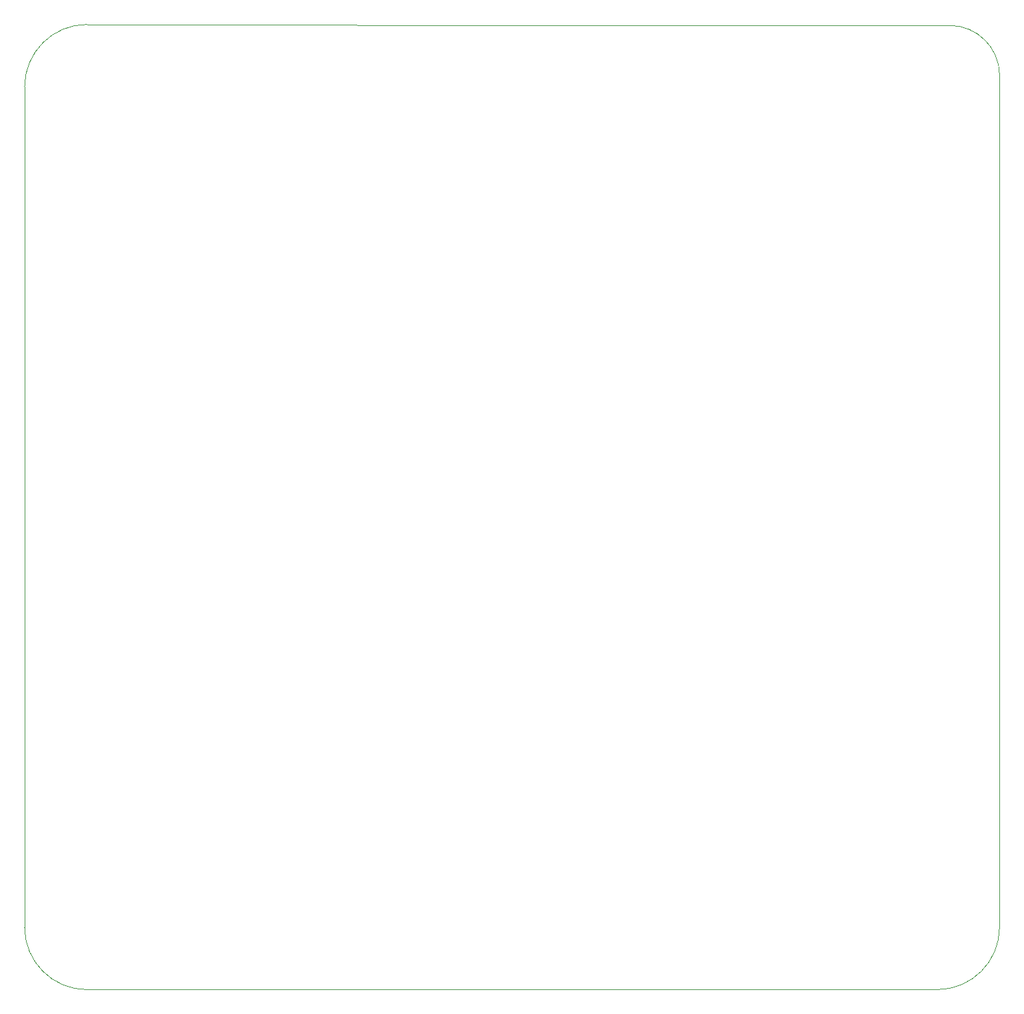
<source format=gbr>
G04 #@! TF.GenerationSoftware,KiCad,Pcbnew,(5.1.5)-3*
G04 #@! TF.CreationDate,2021-05-08T00:02:10-05:00*
G04 #@! TF.ProjectId,MacroPad,4d616372-6f50-4616-942e-6b696361645f,rev?*
G04 #@! TF.SameCoordinates,Original*
G04 #@! TF.FileFunction,Profile,NP*
%FSLAX46Y46*%
G04 Gerber Fmt 4.6, Leading zero omitted, Abs format (unit mm)*
G04 Created by KiCad (PCBNEW (5.1.5)-3) date 2021-05-08 00:02:10*
%MOMM*%
%LPD*%
G04 APERTURE LIST*
%ADD10C,0.050000*%
G04 APERTURE END LIST*
D10*
X167481250Y-161131250D02*
X167481250Y-157162500D01*
X51593750Y-169068750D02*
X159543750Y-169068750D01*
X167481250Y-161131250D02*
G75*
G02X159543750Y-169068750I-7937500J0D01*
G01*
X167481250Y-65881250D02*
X167481250Y-157162500D01*
X167481250Y-52959000D02*
X167481250Y-65881250D01*
X161131250Y-46609000D02*
G75*
G02X167481250Y-52959000I0J-6350000D01*
G01*
X132556250Y-46609000D02*
X161131250Y-46609000D01*
X120650000Y-46609000D02*
X132556250Y-46609000D01*
X51593750Y-46482000D02*
X120650000Y-46609000D01*
X43656250Y-80962500D02*
X43656250Y-54419500D01*
X43656250Y-54419500D02*
G75*
G02X51593750Y-46482000I7937500J0D01*
G01*
X43656250Y-161131250D02*
X43656250Y-80962500D01*
X51593750Y-169068750D02*
G75*
G02X43656250Y-161131250I0J7937500D01*
G01*
M02*

</source>
